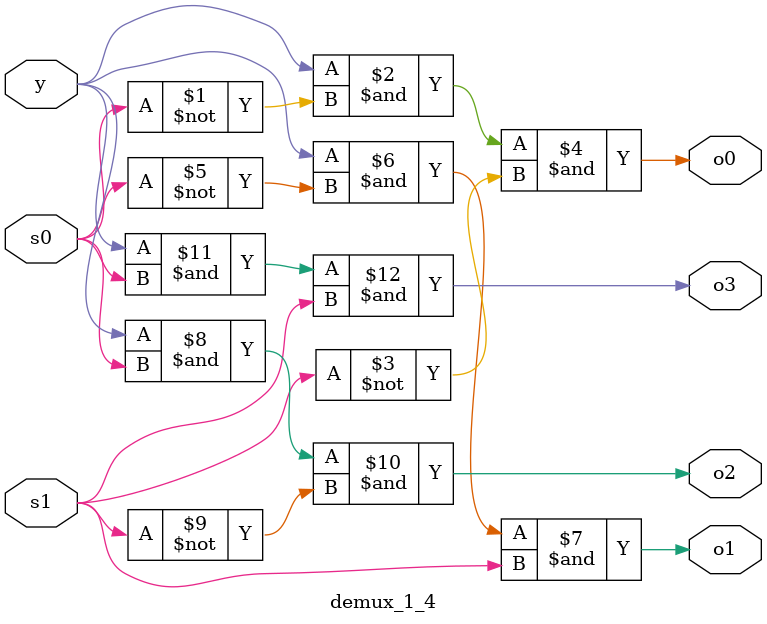
<source format=v>

module demux_1_4 (
input y, s0, s1,
output o0, o1, o2, o3);

assign o0= y & (~s0) & (~s1);
assign o1= y & (~s0) & (s1);
assign o2= y & (s0) & (~s1);
assign o3= y & (s0) & (s1);

endmodule
</source>
